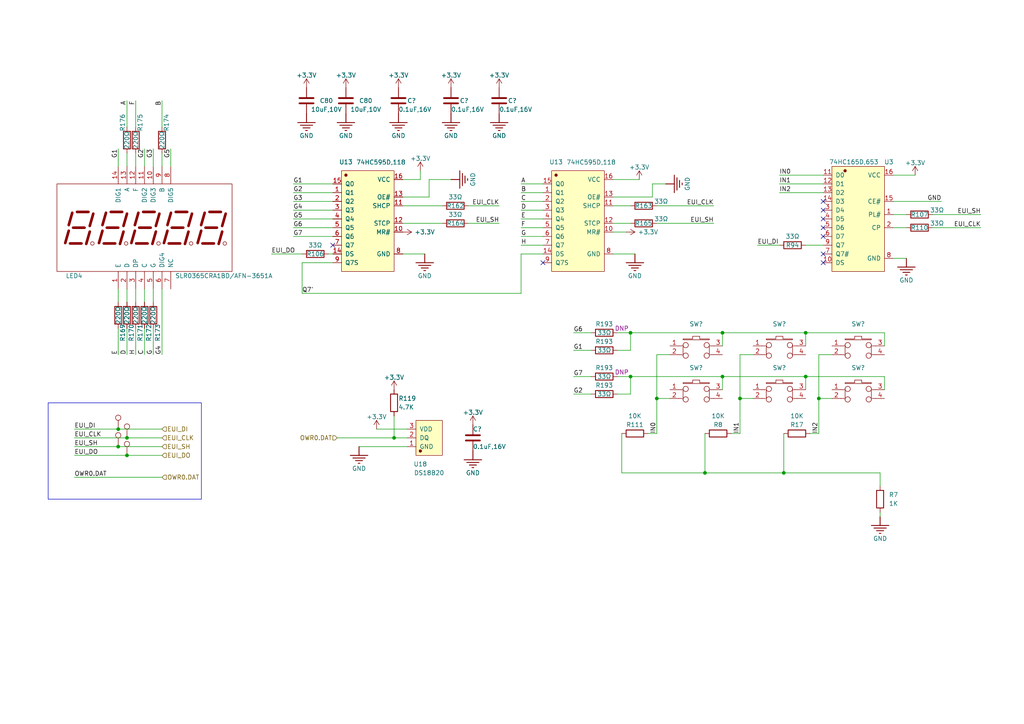
<source format=kicad_sch>
(kicad_sch (version 20230121) (generator eeschema)
  (paper "A4")
  (title_block (title "HPM5E00EVK") (rev "RevB") (comment 1 "EUI_OWR"))
  (lib_symbols
    (symbol "00_HPM_power:+3.3V" (power) (pin_names (offset 0))
      (property "Value" "+3.3V" (at 0 3.556 0))
      (symbol "+3.3V_1_1"
        (pin power_in line (at 0 0 90) (length 0) hide (name "+3.3V") (number "1"))
      )
    )
    (symbol "01-HPM-Peripheral:SLR0365CRA1BD/AFN-3651A" (pin_names (offset 1.016))
      (property "Reference" "LED" (at 0 27.94 0))
      (property "Value" "SLR0365CRA1BD/AFN-3651A" (at 0 25.781 0))
      (symbol "SLR0365CRA1BD/AFN-3651A_1_1"
        (pin input line (at -7.62 -17.78 90) (length 5.08) (name "E") (number "1"))
        (pin input line (at 2.54 17.78 270) (length 5.08) (name "DIG3") (number "10"))
        (pin input line (at 0 17.78 270) (length 5.08) (name "DIG2") (number "11"))
        (pin input line (at -2.54 17.78 270) (length 5.08) (name "F") (number "12"))
        (pin input line (at -5.08 17.78 270) (length 5.08) (name "A") (number "13"))
        (pin input line (at -7.62 17.78 270) (length 5.08) (name "DIG1") (number "14"))
        (pin input line (at -5.08 -17.78 90) (length 5.08) (name "D") (number "2"))
        (pin input line (at -2.54 -17.78 90) (length 5.08) (name "DP") (number "3"))
        (pin input line (at 0 -17.78 90) (length 5.08) (name "C") (number "4"))
        (pin input line (at 2.54 -17.78 90) (length 5.08) (name "G") (number "5"))
        (pin input line (at 5.08 -17.78 90) (length 5.08) (name "DIG4") (number "6"))
        (pin input line (at 7.62 -17.78 90) (length 5.08) (name "NC") (number "7"))
        (pin input line (at 7.62 17.78 270) (length 5.08) (name "DIG5") (number "8"))
        (pin input line (at 5.08 17.78 270) (length 5.08) (name "B") (number "9"))
      )
    )
    (symbol "01-HPM-Peripheral:TestPoint-0.5mm" (pin_numbers hide) (pin_names (offset 0.762) hide)
      (property "Value" "0.5mm" (at -1.27 5.08 0))
      (symbol "TestPoint-0.5mm_1_1"
        (pin passive line (at 0 0 90) (length 2.54) (name "1") (number "1"))
      )
    )
    (symbol "01-HPM-Peripheral:轻触开关4.5mm*4.5mm*4mm" (pin_names (offset 1.016) hide)
      (property "Reference" "SW" (at 0 3.81 0))
      (property "Value" "轻触开关4.5mm*4.5mm*4mm" (at 0 -5.08 0))
      (symbol "轻触开关4.5mm*4.5mm*4mm_1_1"
        (pin input line (at -7.62 0 0) (length 2.54) (name "1") (number "1"))
        (pin input line (at -7.62 -2.54 0) (length 2.54) (name "2") (number "2"))
        (pin input line (at 7.62 0 180) (length 2.54) (name "3") (number "3"))
        (pin input line (at 7.62 -2.54 180) (length 2.54) (name "4") (number "4"))
      )
    )
    (symbol "02_HPM_Resistor:10K_0402" (pin_numbers hide) (pin_names (offset 0))
      (property "Reference" "R" (at 0 3.81 0))
      (property "Value" "10K" (at 0 6.35 0))
      (symbol "10K_0402_1_1"
        (pin passive line (at -3.81 0 0) (length 1.27) (name "~") (number "1"))
        (pin passive line (at 3.81 0 180) (length 1.27) (name "~") (number "2"))
      )
    )
    (symbol "02_HPM_Resistor:1K_0402" (pin_numbers hide) (pin_names (offset 0))
      (property "Reference" "R" (at 0 3.81 0))
      (property "Value" "1K" (at 0 6.35 0))
      (symbol "1K_0402_1_1"
        (pin passive line (at -3.81 0 0) (length 1.27) (name "~") (number "1"))
        (pin passive line (at 3.81 0 180) (length 1.27) (name "~") (number "2"))
      )
    )
    (symbol "02_HPM_Resistor:220Ω_0402" (pin_numbers hide) (pin_names (offset 0))
      (property "Reference" "R" (at 0 5.08 0))
      (property "Value" "220Ω" (at 0 7.62 0))
      (symbol "220Ω_0402_1_1"
        (pin passive line (at -3.81 0 0) (length 1.27) (name "~") (number "1"))
        (pin passive line (at 3.81 0 180) (length 1.27) (name "~") (number "2"))
      )
    )
    (symbol "02_HPM_Resistor:33Ω_0402" (pin_numbers hide) (pin_names (offset 0))
      (property "Reference" "R" (at 0 3.81 0))
      (property "Value" "33Ω" (at 0 6.35 0))
      (symbol "33Ω_0402_1_1"
        (pin passive line (at -3.81 0 0) (length 1.27) (name "~") (number "1"))
        (pin passive line (at 3.81 0 180) (length 1.27) (name "~") (number "2"))
      )
    )
    (symbol "02_HPM_Resistor:4.7K_0603" (pin_numbers hide) (pin_names (offset 0))
      (property "Reference" "R" (at 0 3.81 0))
      (property "Value" "4.7K" (at 0 6.35 0))
      (symbol "4.7K_0603_1_1"
        (pin passive line (at -3.81 0 0) (length 1.27) (name "~") (number "1"))
        (pin passive line (at 3.81 0 180) (length 1.27) (name "~") (number "2"))
      )
    )
    (symbol "03_HPM_Capacitance:0.1uF,16V_0402" (pin_numbers hide) (pin_names (offset 0.254))
      (property "Reference" "C" (at -1.27 10.16 0))
      (property "Value" "0.1uF,16V" (at -5.08 12.7 0))
      (symbol "0.1uF,16V_0402_1_1"
        (pin passive line (at 0 3.81 270) (length 2.794) (name "~") (number "1"))
        (pin passive line (at 0 -3.81 90) (length 2.794) (name "~") (number "2"))
      )
    )
    (symbol "03_HPM_Capacitance:10uF,10V_0402" (pin_numbers hide) (pin_names (offset 0.254))
      (property "Reference" "C" (at -3.81 15.24 0))
      (property "Value" "10uF,10V" (at -3.81 10.16 0))
      (symbol "10uF,10V_0402_1_1"
        (pin passive line (at 0 3.81 270) (length 2.794) (name "~") (number "1"))
        (pin passive line (at 0 -3.81 90) (length 2.794) (name "~") (number "2"))
      )
    )
    (symbol "06_HPM_Function_IC:74HC165D,653" (pin_names (offset 1.016))
      (property "Reference" "U" (at 7.62 12.7 0))
      (property "Value" "74HC165D,653" (at -2.54 12.7 0))
      (symbol "74HC165D,653_1_1"
        (pin input line (at 8.89 -2.54 180) (length 2.54) (name "PL#") (number "1"))
        (pin input line (at -11.43 -16.51 0) (length 2.54) (name "DS") (number "10"))
        (pin input line (at -11.43 8.89 0) (length 2.54) (name "D0") (number "11"))
        (pin input line (at -11.43 6.35 0) (length 2.54) (name "D1") (number "12"))
        (pin input line (at -11.43 3.81 0) (length 2.54) (name "D2") (number "13"))
        (pin input line (at -11.43 1.27 0) (length 2.54) (name "D3") (number "14"))
        (pin input line (at 8.89 1.27 180) (length 2.54) (name "CE#") (number "15"))
        (pin input line (at 8.89 8.89 180) (length 2.54) (name "VCC") (number "16"))
        (pin input line (at 8.89 -6.35 180) (length 2.54) (name "CP") (number "2"))
        (pin input line (at -11.43 -1.27 0) (length 2.54) (name "D4") (number "3"))
        (pin input line (at -11.43 -3.81 0) (length 2.54) (name "D5") (number "4"))
        (pin input line (at -11.43 -6.35 0) (length 2.54) (name "D6") (number "5"))
        (pin input line (at -11.43 -8.89 0) (length 2.54) (name "D7") (number "6"))
        (pin input line (at -11.43 -13.97 0) (length 2.54) (name "Q7#") (number "7"))
        (pin input line (at 8.89 -15.24 180) (length 2.54) (name "GND") (number "8"))
        (pin input line (at -11.43 -11.43 0) (length 2.54) (name "Q7") (number "9"))
      )
    )
    (symbol "06_HPM_Function_IC:74HC595D,118" (pin_names (offset 1.016))
      (property "Reference" "U" (at -6.35 13.97 0))
      (property "Value" "74HC595D,118" (at 3.81 13.8938 0))
      (symbol "74HC595D,118_1_1"
        (pin input line (at -10.16 5.08 0) (length 2.54) (name "Q1") (number "1"))
        (pin input line (at 10.16 -6.35 180) (length 2.54) (name "MR#") (number "10"))
        (pin input line (at 10.16 1.27 180) (length 2.54) (name "SHCP") (number "11"))
        (pin input line (at 10.16 -3.81 180) (length 2.54) (name "STCP") (number "12"))
        (pin input line (at 10.16 3.81 180) (length 2.54) (name "OE#") (number "13"))
        (pin input line (at -10.16 -12.7 0) (length 2.54) (name "DS") (number "14"))
        (pin input line (at -10.16 7.62 0) (length 2.54) (name "Q0") (number "15"))
        (pin input line (at 10.16 8.89 180) (length 2.54) (name "VCC") (number "16"))
        (pin input line (at -10.16 2.54 0) (length 2.54) (name "Q2") (number "2"))
        (pin input line (at -10.16 0 0) (length 2.54) (name "Q3") (number "3"))
        (pin input line (at -10.16 -2.54 0) (length 2.54) (name "Q4") (number "4"))
        (pin input line (at -10.16 -5.08 0) (length 2.54) (name "Q5") (number "5"))
        (pin input line (at -10.16 -7.62 0) (length 2.54) (name "Q6") (number "6"))
        (pin input line (at -10.16 -10.16 0) (length 2.54) (name "Q7") (number "7"))
        (pin input line (at 10.16 -12.7 180) (length 2.54) (name "GND") (number "8"))
        (pin input line (at -10.16 -15.24 0) (length 2.54) (name "Q7S") (number "9"))
      )
    )
    (symbol "06_HPM_Function_IC:DS18B20" (pin_names (offset 1.016))
      (property "Reference" "U" (at 1.27 2.54 0))
      (property "Value" "DS18B20" (at 4.445 5.08 0))
      (symbol "DS18B20_1_1"
        (pin input line (at -2.54 -2.54 0) (length 2.54) (name "GND") (number "1"))
        (pin input line (at -2.54 -5.08 0) (length 2.54) (name "DQ") (number "2"))
        (pin input line (at -2.54 -7.62 0) (length 2.54) (name "VDD") (number "3"))
      )
    )
    (symbol "Goldfinger-altium-import:GND" (power)
      (property "Reference" "#PWR" (at 0 0 0))
      (property "Value" "GND" (at 0 6.35 0))
      (symbol "GND_0_0"
        (pin power_in line (at 0 0 0) (length 0) hide (name "GND") (number ""))
      )
    )
  )
  (junction (at 36.83 127))
  (junction (at 209.55 96.52))
  (junction (at 114.3 127))
  (junction (at 227.33 137.16))
  (junction (at 204.47 137.16))
  (junction (at 190.5 115.57))
  (junction (at 233.68 96.52))
  (junction (at 237.49 115.57))
  (junction (at 34.29 124.46))
  (junction (at 34.29 129.54))
  (junction (at 182.88 96.52))
  (junction (at 214.63 115.57))
  (junction (at 36.83 132.08))
  (junction (at 233.68 109.22))
  (junction (at 182.88 109.22))
  (junction (at 209.55 109.22))
  (no_connect (at 238.76 63.5))
  (no_connect (at 96.52 71.12))
  (no_connect (at 238.76 76.2))
  (no_connect (at 238.76 68.58))
  (no_connect (at 157.48 76.2))
  (no_connect (at 238.76 66.04))
  (no_connect (at 238.76 73.66))
  (no_connect (at 238.76 60.96))
  (no_connect (at 238.76 58.42))
  (wire (pts (xy 255.27 149.86) (xy 255.27 148.59)))
  (wire (pts (xy 233.68 96.52) (xy 233.68 100.33)))
  (wire (pts (xy 233.68 109.22) (xy 256.54 109.22)))
  (wire (pts (xy 36.83 132.08) (xy 21.59 132.08)))
  (wire (pts (xy 226.06 50.8) (xy 238.76 50.8)))
  (wire (pts (xy 233.68 96.52) (xy 256.54 96.52)))
  (wire (pts (xy 237.49 115.57) (xy 237.49 125.73)))
  (wire (pts (xy 190.5 102.87) (xy 194.31 102.87)))
  (wire (pts (xy 214.63 115.57) (xy 214.63 125.73)))
  (wire (pts (xy 135.89 59.69) (xy 144.78 59.69)))
  (wire (pts (xy 41.91 87.63) (xy 41.91 83.82)))
  (wire (pts (xy 46.99 29.21) (xy 46.99 36.83)))
  (wire (pts (xy 184.15 73.66) (xy 177.8 73.66)))
  (wire (pts (xy 181.61 67.31) (xy 177.8 67.31)))
  (wire (pts (xy 151.13 63.5) (xy 157.48 63.5)))
  (wire (pts (xy 177.8 57.15) (xy 189.23 57.15)))
  (wire (pts (xy 135.89 64.77) (xy 144.78 64.77)))
  (wire (pts (xy 124.46 52.07) (xy 124.46 57.15)))
  (wire (pts (xy 116.84 57.15) (xy 124.46 57.15)))
  (wire (pts (xy 116.84 52.07) (xy 121.92 52.07)))
  (wire (pts (xy 85.09 66.04) (xy 96.52 66.04)))
  (wire (pts (xy 46.99 124.46) (xy 34.29 124.46)))
  (wire (pts (xy 44.45 102.87) (xy 44.45 95.25)))
  (wire (pts (xy 36.83 44.45) (xy 36.83 48.26)))
  (wire (pts (xy 209.55 96.52) (xy 209.55 100.33)))
  (wire (pts (xy 234.95 125.73) (xy 237.49 125.73)))
  (wire (pts (xy 78.74 73.66) (xy 87.63 73.66)))
  (wire (pts (xy 187.96 125.73) (xy 190.5 125.73)))
  (wire (pts (xy 190.5 59.69) (xy 207.01 59.69)))
  (wire (pts (xy 44.45 43.18) (xy 44.45 48.26)))
  (wire (pts (xy 151.13 58.42) (xy 157.48 58.42)))
  (wire (pts (xy 255.27 137.16) (xy 255.27 140.97)))
  (wire (pts (xy 182.88 109.22) (xy 209.55 109.22)))
  (wire (pts (xy 114.3 127) (xy 114.3 120.65)))
  (wire (pts (xy 95.25 73.66) (xy 96.52 73.66)))
  (wire (pts (xy 87.63 76.2) (xy 87.63 85.09)))
  (wire (pts (xy 189.23 53.34) (xy 189.23 57.15)))
  (wire (pts (xy 87.63 85.09) (xy 151.13 85.09)))
  (wire (pts (xy 46.99 129.54) (xy 34.29 129.54)))
  (wire (pts (xy 180.34 137.16) (xy 204.47 137.16)))
  (wire (pts (xy 166.37 101.6) (xy 171.45 101.6)))
  (wire (pts (xy 259.08 58.42) (xy 273.05 58.42)))
  (wire (pts (xy 85.09 68.58) (xy 96.52 68.58)))
  (wire (pts (xy 46.99 44.45) (xy 46.99 48.26)))
  (wire (pts (xy 36.83 29.21) (xy 36.83 36.83)))
  (wire (pts (xy 190.5 64.77) (xy 207.01 64.77)))
  (wire (pts (xy 97.79 127) (xy 114.3 127)))
  (wire (pts (xy 151.13 60.96) (xy 157.48 60.96)))
  (wire (pts (xy 256.54 96.52) (xy 256.54 100.33)))
  (wire (pts (xy 46.99 138.43) (xy 21.59 138.43)))
  (wire (pts (xy 179.07 109.22) (xy 182.88 109.22)))
  (wire (pts (xy 209.55 109.22) (xy 209.55 113.03)))
  (wire (pts (xy 190.5 102.87) (xy 190.5 115.57)))
  (wire (pts (xy 34.29 124.46) (xy 21.59 124.46)))
  (wire (pts (xy 214.63 115.57) (xy 218.44 115.57)))
  (wire (pts (xy 212.09 125.73) (xy 214.63 125.73)))
  (wire (pts (xy 44.45 87.63) (xy 44.45 83.82)))
  (wire (pts (xy 180.34 125.73) (xy 180.34 137.16)))
  (wire (pts (xy 36.83 102.87) (xy 36.83 95.25)))
  (wire (pts (xy 166.37 109.22) (xy 171.45 109.22)))
  (wire (pts (xy 39.37 102.87) (xy 39.37 95.25)))
  (wire (pts (xy 151.13 71.12) (xy 157.48 71.12)))
  (wire (pts (xy 166.37 96.52) (xy 171.45 96.52)))
  (wire (pts (xy 34.29 102.87) (xy 34.29 95.25)))
  (wire (pts (xy 39.37 29.21) (xy 39.37 36.83)))
  (wire (pts (xy 265.43 50.8) (xy 259.08 50.8)))
  (wire (pts (xy 49.53 43.18) (xy 49.53 48.26)))
  (wire (pts (xy 46.99 132.08) (xy 36.83 132.08)))
  (wire (pts (xy 39.37 44.45) (xy 39.37 48.26)))
  (wire (pts (xy 34.29 43.18) (xy 34.29 48.26)))
  (wire (pts (xy 233.68 71.12) (xy 238.76 71.12)))
  (wire (pts (xy 41.91 102.87) (xy 41.91 95.25)))
  (wire (pts (xy 96.52 53.34) (xy 85.09 53.34)))
  (wire (pts (xy 85.09 58.42) (xy 96.52 58.42)))
  (wire (pts (xy 124.46 52.07) (xy 130.81 52.07)))
  (wire (pts (xy 227.33 125.73) (xy 227.33 137.16)))
  (wire (pts (xy 151.13 66.04) (xy 157.48 66.04)))
  (wire (pts (xy 270.51 66.04) (xy 284.48 66.04)))
  (wire (pts (xy 270.51 62.23) (xy 284.48 62.23)))
  (wire (pts (xy 219.71 71.12) (xy 226.06 71.12)))
  (wire (pts (xy 214.63 102.87) (xy 214.63 115.57)))
  (wire (pts (xy 41.91 43.18) (xy 41.91 48.26)))
  (wire (pts (xy 226.06 53.34) (xy 238.76 53.34)))
  (wire (pts (xy 151.13 68.58) (xy 157.48 68.58)))
  (wire (pts (xy 214.63 102.87) (xy 218.44 102.87)))
  (wire (pts (xy 177.8 52.07) (xy 185.42 52.07)))
  (wire (pts (xy 116.84 64.77) (xy 128.27 64.77)))
  (wire (pts (xy 166.37 114.3) (xy 171.45 114.3)))
  (wire (pts (xy 177.8 64.77) (xy 182.88 64.77)))
  (wire (pts (xy 104.14 129.54) (xy 118.11 129.54)))
  (wire (pts (xy 179.07 114.3) (xy 182.88 114.3)))
  (wire (pts (xy 123.19 73.66) (xy 116.84 73.66)))
  (wire (pts (xy 179.07 96.52) (xy 182.88 96.52)))
  (wire (pts (xy 237.49 115.57) (xy 241.3 115.57)))
  (wire (pts (xy 190.5 115.57) (xy 190.5 125.73)))
  (wire (pts (xy 256.54 109.22) (xy 256.54 113.03)))
  (wire (pts (xy 179.07 101.6) (xy 182.88 101.6)))
  (wire (pts (xy 85.09 63.5) (xy 96.52 63.5)))
  (wire (pts (xy 182.88 96.52) (xy 209.55 96.52)))
  (wire (pts (xy 46.99 83.82) (xy 46.99 102.87)))
  (wire (pts (xy 39.37 87.63) (xy 39.37 83.82)))
  (wire (pts (xy 109.22 124.46) (xy 118.11 124.46)))
  (wire (pts (xy 237.49 102.87) (xy 241.3 102.87)))
  (wire (pts (xy 114.3 127) (xy 118.11 127)))
  (wire (pts (xy 209.55 109.22) (xy 233.68 109.22)))
  (wire (pts (xy 259.08 62.23) (xy 262.89 62.23)))
  (wire (pts (xy 227.33 137.16) (xy 255.27 137.16)))
  (wire (pts (xy 209.55 96.52) (xy 233.68 96.52)))
  (wire (pts (xy 237.49 102.87) (xy 237.49 115.57)))
  (wire (pts (xy 157.48 53.34) (xy 151.13 53.34)))
  (wire (pts (xy 259.08 66.04) (xy 262.89 66.04)))
  (wire (pts (xy 34.29 129.54) (xy 21.59 129.54)))
  (wire (pts (xy 177.8 59.69) (xy 182.88 59.69)))
  (wire (pts (xy 151.13 73.66) (xy 157.48 73.66)))
  (wire (pts (xy 262.89 74.93) (xy 259.08 74.93)))
  (wire (pts (xy 85.09 60.96) (xy 96.52 60.96)))
  (wire (pts (xy 46.99 127) (xy 36.83 127)))
  (wire (pts (xy 116.84 59.69) (xy 128.27 59.69)))
  (wire (pts (xy 182.88 96.52) (xy 182.88 101.6)))
  (wire (pts (xy 36.83 127) (xy 21.59 127)))
  (wire (pts (xy 36.83 87.63) (xy 36.83 83.82)))
  (wire (pts (xy 190.5 115.57) (xy 194.31 115.57)))
  (wire (pts (xy 182.88 109.22) (xy 182.88 114.3)))
  (wire (pts (xy 151.13 73.66) (xy 151.13 85.09)))
  (wire (pts (xy 85.09 55.88) (xy 96.52 55.88)))
  (wire (pts (xy 189.23 53.34) (xy 193.04 53.34)))
  (wire (pts (xy 87.63 76.2) (xy 96.52 76.2)))
  (wire (pts (xy 121.92 49.53) (xy 121.92 52.07)))
  (wire (pts (xy 151.13 55.88) (xy 157.48 55.88)))
  (wire (pts (xy 204.47 125.73) (xy 204.47 137.16)))
  (wire (pts (xy 34.29 87.63) (xy 34.29 83.82)))
  (wire (pts (xy 233.68 109.22) (xy 233.68 113.03)))
  (wire (pts (xy 226.06 55.88) (xy 238.76 55.88)))
  (wire (pts (xy 204.47 137.16) (xy 227.33 137.16)))
  (rectangle (start 13.97 116.84) (end 58.42 144.78))
  (label "E" (at 34.29 102.87 90))
  (label "A" (at 151.13 53.34 0))
  (label "G7" (at 85.09 68.58 0))
  (label "G6" (at 166.37 96.52 0))
  (label "G3" (at 44.45 43.18 270))
  (label "IN0" (at 190.5 125.73 90))
  (label "G3" (at 85.09 58.42 0))
  (label "G" (at 151.13 68.58 0))
  (label "G1" (at 34.29 43.18 270))
  (label "G" (at 44.45 102.87 90))
  (label "EUI_CLK" (at 21.59 127 0))
  (label "G1" (at 166.37 101.6 0))
  (label "EUI_CLK" (at 207.01 59.69 180))
  (label "IN1" (at 226.06 53.34 0))
  (label "OWR0.DAT" (at 21.59 138.43 0))
  (label "G6" (at 85.09 66.04 0))
  (label "G7" (at 166.37 109.22 0))
  (label "G2" (at 166.37 114.3 0))
  (label "F" (at 151.13 66.04 0))
  (label "H" (at 151.13 71.12 0))
  (label "IN0" (at 226.06 50.8 0))
  (label "B" (at 151.13 55.88 0))
  (label "Q7'" (at 87.63 85.09 0))
  (label "G1" (at 85.09 53.34 0))
  (label "EUI_DO" (at 78.74 73.66 0))
  (label "EUI_DO" (at 21.59 132.08 0))
  (label "GND" (at 273.05 58.42 180))
  (label "EUI_DI" (at 21.59 124.46 0))
  (label "G5" (at 49.53 43.18 270))
  (label "EUI_SH" (at 144.78 64.77 180))
  (label "EUI_DI" (at 219.71 71.12 0))
  (label "EUI_SH" (at 207.01 64.77 180))
  (label "E" (at 151.13 63.5 0))
  (label "G2" (at 41.91 43.18 270))
  (label "G2" (at 85.09 55.88 0))
  (label "IN2" (at 237.49 125.73 90))
  (label "EUI_CLK" (at 144.78 59.69 180))
  (label "B" (at 46.99 29.21 270))
  (label "C" (at 41.91 102.87 90))
  (label "EUI_CLK" (at 284.48 66.04 180))
  (label "A" (at 36.83 29.21 270))
  (label "C" (at 151.13 58.42 0))
  (label "EUI_SH" (at 284.48 62.23 180))
  (label "F" (at 39.37 29.21 270))
  (label "G4" (at 85.09 60.96 0))
  (label "IN2" (at 226.06 55.88 0))
  (label "G4" (at 46.99 102.87 90))
  (label "EUI_SH" (at 21.59 129.54 0))
  (label "D" (at 36.83 102.87 90))
  (label "IN1" (at 214.63 125.73 90))
  (label "G5" (at 85.09 63.5 0))
  (label "H" (at 39.37 102.87 90))
  (label "D" (at 151.13 60.96 0))
  (hierarchical_label "EUI_DI" (shape input) (at 46.99 124.46 0))
  (hierarchical_label "OWR0.DAT" (shape input) (at 97.79 127 180))
  (hierarchical_label "EUI_DO" (shape input) (at 46.99 132.08 0))
  (hierarchical_label "EUI_SH" (shape input) (at 46.99 129.54 0))
  (hierarchical_label "OWR0.DAT" (shape input) (at 46.99 138.43 0))
  (hierarchical_label "EUI_CLK" (shape input) (at 46.99 127 0))
  (symbol (lib_id "02_HPM_Resistor:33Ω_0402") (at 186.69 64.77 0) (unit 1)
    (property "Reference" "R165" (at 186.69 64.77 0))
    (property "Value" "33Ω" (at 191.77 63.5 0))
    (property "Footprint" "02_HPM_Resistor:R_0402_1005Metric" (effects hide))
    (property "Model" "0402WGF330JTCE" (effects hide))
    (property "Company" "UNI-ROYAL(厚声)" (effects hide))
  )
  (symbol (lib_id "00_HPM_power:+3.3V") (at 116.84 67.31 270) (unit 1)
    (property "Reference" "#PWR017" (effects hide))
    (property "Value" "+3.3V" (at 123.19 67.31 90))
    (instances (project "HPM6200_STEP_MOTOR_RevA" (path "" (reference "#PWR017") (unit 1))) (project "HPM5E00EVKRevC" (path "" (reference "#PWR07") (unit 1)) (path "" (reference "#PWR0217") (unit 1))) (project "Motor_Step_11.25" (path "" (reference "#PWR011") (unit 1))))
  )
  (symbol (lib_id "01-HPM-Peripheral:TestPoint-0.5mm") (at 34.29 124.46 0) (unit 1)
    (property "Reference" "TP41" (effects hide))
    (property "Value" "0.5mm" (effects hide))
    (property "Footprint" "01_HPM_Peripheral:TestPoint_Pad_D0.5mm" (effects hide))
  )
  (symbol (lib_id "02_HPM_Resistor:220Ω_0402") (at 36.83 91.44 90) (unit 1)
    (property "Reference" "R170" (at 38.1 96.52 0))
    (property "Value" "220Ω" (at 36.83 91.44 0))
    (property "Footprint" "02_HPM_Resistor:R_0402_1005Metric" (effects hide))
    (property "Model" "0402WGF2200TCE" (effects hide))
    (property "Company" "UNI-ROYAL(厚声)" (effects hide))
  )
  (symbol (lib_id "Goldfinger-altium-import:GND") (at 123.19 73.66 0) (unit 1)
    (property "Reference" "#PWR03" (effects hide))
    (property "Value" "GND" (at 123.19 80.01 0))
    (instances (project "HPM6E00 SDRAM_RevA" (path "" (reference "#PWR03") (unit 1))) (project "HPM5E00EVKRevC" (path "" (reference "#PWR017") (unit 1)) (path "" (reference "#PWR0219") (unit 1))) (project "hexinban" (path "" (reference "#PWR05") (unit 1))))
  )
  (symbol (lib_id "00_HPM_power:+3.3V") (at 144.78 25.4 0) (unit 1)
    (property "Reference" "#PWR017" (effects hide))
    (property "Value" "+3.3V" (at 144.78 21.844 0))
    (instances (project "HPM6200_STEP_MOTOR_RevA" (path "" (reference "#PWR017") (unit 1))) (project "HPM5E00EVKRevC" (path "" (reference "#PWR0214") (unit 1)) (path "" (reference "#PWR0243") (unit 1))) (project "Motor_Step_11.25" (path "" (reference "#PWR011") (unit 1))))
  )
  (symbol (lib_id "01-HPM-Peripheral:轻触开关4.5mm*4.5mm*4mm") (at 226.06 113.03 0) (unit 1)
    (property "Reference" "SW?" (at 226.06 106.68 0))
    (property "Value" "轻触开关4.5mm*4.5mm*4mm" (effects hide))
    (property "Footprint" "01_HPM_Peripheral:轻触开关SMD-4P,4.5x4.5mm" (effects hide))
    (property "Model" " TS4540TP" (effects hide))
    (property "Company" "SHOU HAN(首韩)" (effects hide))
    (instances (project "HPM6E00-PA00-PA31-JTAG-BOOT-LED-KEY" (path "" (reference "SW?") (unit 1))) (project "HPM5300-USB-OSC" (path "" (reference "SW?") (unit 1))) (project "HPM6E00 SKT Board BGA289_BDIF REVA" (path "" (reference "SW?") (unit 1))) (project "03-HPM5300-JTAG-FLASH" (path "" (reference "SW?") (unit 1))) (project "HPM5E00EVKRevC" (path "" (reference "SW?") (unit 1)) (path "" (reference "SW5") (unit 1)) (path "" (reference "SW11") (unit 1))) (project "HPM5300 EVK REVC" (path "" (reference "SW?") (unit 1)) (path "" (reference "SW?") (unit 1))))
  )
  (symbol (lib_id "00_HPM_power:+3.3V") (at 114.3 113.03 0) (unit 1)
    (property "Reference" "#PWR017" (effects hide))
    (property "Value" "+3.3V" (at 114.3 109.474 0))
    (instances (project "HPM6200_STEP_MOTOR_RevA" (path "" (reference "#PWR017") (unit 1))) (project "HPM5E00EVKRevC" (path "" (reference "#PWR0214") (unit 1)) (path "" (reference "#PWR0214") (unit 1))) (project "Motor_Step_11.25" (path "" (reference "#PWR011") (unit 1))))
  )
  (symbol (lib_id "Goldfinger-altium-import:GND") (at 130.81 52.07 90) (unit 1)
    (property "Reference" "#PWR03" (effects hide))
    (property "Value" "GND" (at 137.16 52.07 0))
    (instances (project "HPM6E00 SDRAM_RevA" (path "" (reference "#PWR03") (unit 1))) (project "HPM5E00EVKRevC" (path "" (reference "#PWR0172") (unit 1)) (path "" (reference "#PWR044") (unit 1))) (project "hexinban" (path "" (reference "#PWR05") (unit 1))))
  )
  (symbol (lib_id "Goldfinger-altium-import:GND") (at 193.04 53.34 90) (unit 1)
    (property "Reference" "#PWR03" (effects hide))
    (property "Value" "GND" (at 199.39 53.34 0))
    (instances (project "HPM6E00 SDRAM_RevA" (path "" (reference "#PWR03") (unit 1))) (project "HPM5E00EVKRevC" (path "" (reference "#PWR0172") (unit 1)) (path "" (reference "#PWR0208") (unit 1))) (project "hexinban" (path "" (reference "#PWR05") (unit 1))))
  )
  (symbol (lib_id "06_HPM_Function_IC:74HC595D,118") (at 106.68 60.96 0) (unit 1)
    (property "Reference" "U13" (at 100.33 46.99 0))
    (property "Value" "74HC595D,118" (at 110.49 47.0662 0))
    (property "Footprint" "06_HPM_SO:SOIC-16" (effects hide))
    (property "Model" "74HC595D,118" (effects hide))
    (property "Company" " Nexperia(安世)" (effects hide))
    (instances (project "HPM5E00EVKRevC" (path "" (reference "U13") (unit 1)) (path "" (reference "U20") (unit 1))))
  )
  (symbol (lib_id "01-HPM-Peripheral:轻触开关4.5mm*4.5mm*4mm") (at 248.92 100.33 0) (unit 1)
    (property "Reference" "SW?" (at 248.92 93.98 0))
    (property "Value" "轻触开关4.5mm*4.5mm*4mm" (effects hide))
    (property "Footprint" "01_HPM_Peripheral:轻触开关SMD-4P,4.5x4.5mm" (effects hide))
    (property "Model" " TS4540TP" (effects hide))
    (property "Company" "SHOU HAN(首韩)" (effects hide))
    (instances (project "HPM6E00-PA00-PA31-JTAG-BOOT-LED-KEY" (path "" (reference "SW?") (unit 1))) (project "HPM5300-USB-OSC" (path "" (reference "SW?") (unit 1))) (project "HPM6E00 SKT Board BGA289_BDIF REVA" (path "" (reference "SW?") (unit 1))) (project "03-HPM5300-JTAG-FLASH" (path "" (reference "SW?") (unit 1))) (project "HPM5E00EVKRevC" (path "" (reference "SW?") (unit 1)) (path "" (reference "SW5") (unit 1)) (path "" (reference "SW9") (unit 1))) (project "HPM5300 EVK REVC" (path "" (reference "SW?") (unit 1)) (path "" (reference "SW?") (unit 1))))
  )
  (symbol (lib_id "02_HPM_Resistor:220Ω_0402") (at 44.45 91.44 90) (unit 1)
    (property "Reference" "R173" (at 45.72 96.52 0))
    (property "Value" "220Ω" (at 44.45 91.44 0))
    (property "Footprint" "02_HPM_Resistor:R_0402_1005Metric" (effects hide))
    (property "Model" "0402WGF2200TCE" (effects hide))
    (property "Company" "UNI-ROYAL(厚声)" (effects hide))
  )
  (symbol (lib_id "Goldfinger-altium-import:GND") (at 184.15 73.66 0) (unit 1)
    (property "Reference" "#PWR03" (effects hide))
    (property "Value" "GND" (at 184.15 80.01 0))
    (instances (project "HPM6E00 SDRAM_RevA" (path "" (reference "#PWR03") (unit 1))) (project "HPM5E00EVKRevC" (path "" (reference "#PWR017") (unit 1)) (path "" (reference "#PWR0220") (unit 1))) (project "hexinban" (path "" (reference "#PWR05") (unit 1))))
  )
  (symbol (lib_id "02_HPM_Resistor:33Ω_0402") (at 132.08 59.69 0) (unit 1)
    (property "Reference" "R162" (at 132.08 59.69 0))
    (property "Value" "33Ω" (at 132.08 57.15 0))
    (property "Footprint" "02_HPM_Resistor:R_0402_1005Metric" (effects hide))
    (property "Model" "0402WGF330JTCE" (effects hide))
    (property "Company" "UNI-ROYAL(厚声)" (effects hide))
  )
  (symbol (lib_id "02_HPM_Resistor:33Ω_0402") (at 175.26 109.22 0) (unit 1)
    (property "Reference" "R193" (at 175.26 106.68 0))
    (property "Value" "33Ω" (at 175.26 109.22 0))
    (property "Footprint" "02_HPM_Resistor:R_0402_1005Metric" (effects hide))
    (property "Model" "0402WGF330JTCE" (effects hide))
    (property "Company" "UNI-ROYAL(厚声)" (effects hide))
    (property "ASSY_OPT" "DNP" (at 180.34 107.95 0))
    (instances (project "HPM5E00EVKRevC" (path "" (reference "R193") (unit 1)) (path "" (reference "R134") (unit 1))))
  )
  (symbol (lib_id "03_HPM_Capacitance:0.1uF,16V_0402") (at 130.81 29.21 0) (unit 1)
    (property "Reference" "C?" (at 133.35 29.21 0) (effects (justify left)))
    (property "Value" "0.1uF,16V" (at 130.81 31.75 0) (effects (justify left)))
    (property "Footprint" "03_HPM_Capacitance:C_0402_1005Metric" (effects hide))
    (property "Model" "CL05B104KO5NNNC" (effects hide))
    (property "Company" "SAMSUNG(三星)" (effects hide))
    (instances (project "HPM6E00 SKT Board BGA289_BDIF REVA" (path "" (reference "C?") (unit 1)) (path "" (reference "C?") (unit 1))) (project "HPM5300-CON-JTAG" (path "" (reference "C?") (unit 1))) (project "HPM5E00EVKRevC" (path "" (reference "C?") (unit 1)) (path "" (reference "C74") (unit 1)) (path "" (reference "C48") (unit 1)) (path "" (reference "C101") (unit 1))) (project "HPM5300 SKT Board LQFP100 REVA" (path "" (reference "C?") (unit 1))))
  )
  (symbol (lib_id "Goldfinger-altium-import:GND") (at 115.57 33.02 0) (unit 1)
    (property "Reference" "#PWR03" (effects hide))
    (property "Value" "GND" (at 115.57 39.37 0))
    (instances (project "HPM6E00 SDRAM_RevA" (path "" (reference "#PWR03") (unit 1))) (project "HPM5E00EVKRevC" (path "" (reference "#PWR0172") (unit 1)) (path "" (reference "#PWR0238") (unit 1))) (project "hexinban" (path "" (reference "#PWR05") (unit 1))))
  )
  (symbol (lib_id "03_HPM_Capacitance:10uF,10V_0402") (at 88.9 29.21 0) (unit 1)
    (property "Reference" "C80" (at 92.71 29.21 0) (effects (justify left)))
    (property "Value" "10uF,10V" (at 90.17 31.75 0) (effects (justify left)))
    (property "Footprint" "03_HPM_Capacitance:C_0402_1005Metric" (effects hide))
    (property "Model" "CL05A106MP5NUNC" (effects hide))
    (property "Company" " SAMSUNG(三星)" (effects hide))
    (instances (project "HPM5E00EVKRevC" (path "" (reference "C80") (unit 1)) (path "" (reference "C109") (unit 1)) (path "" (reference "C119") (unit 1))))
  )
  (symbol (lib_id "01-HPM-Peripheral:TestPoint-0.5mm") (at 34.29 129.54 0) (unit 1)
    (property "Reference" "TP44" (effects hide))
    (property "Value" "0.5mm" (effects hide))
    (property "Footprint" "01_HPM_Peripheral:TestPoint_Pad_D0.5mm" (effects hide))
  )
  (symbol (lib_id "00_HPM_power:+3.3V") (at 115.57 25.4 0) (unit 1)
    (property "Reference" "#PWR017" (effects hide))
    (property "Value" "+3.3V" (at 115.57 21.844 0))
    (instances (project "HPM6200_STEP_MOTOR_RevA" (path "" (reference "#PWR017") (unit 1))) (project "HPM5E00EVKRevC" (path "" (reference "#PWR0214") (unit 1)) (path "" (reference "#PWR0179") (unit 1))) (project "Motor_Step_11.25" (path "" (reference "#PWR011") (unit 1))))
  )
  (symbol (lib_id "00_HPM_power:+3.3V") (at 121.92 49.53 0) (unit 1)
    (property "Reference" "#PWR017" (effects hide))
    (property "Value" "+3.3V" (at 121.92 45.974 0))
    (instances (project "HPM6200_STEP_MOTOR_RevA" (path "" (reference "#PWR017") (unit 1))) (project "HPM5E00EVKRevC" (path "" (reference "#PWR08") (unit 1)) (path "" (reference "#PWR0215") (unit 1))) (project "Motor_Step_11.25" (path "" (reference "#PWR011") (unit 1))))
  )
  (symbol (lib_id "00_HPM_power:+3.3V") (at 185.42 52.07 0) (unit 1)
    (property "Reference" "#PWR017" (effects hide))
    (property "Value" "+3.3V" (at 185.42 48.514 0))
    (instances (project "HPM6200_STEP_MOTOR_RevA" (path "" (reference "#PWR017") (unit 1))) (project "HPM5E00EVKRevC" (path "" (reference "#PWR03") (unit 1)) (path "" (reference "#PWR0216") (unit 1))) (project "Motor_Step_11.25" (path "" (reference "#PWR011") (unit 1))))
  )
  (symbol (lib_id "00_HPM_power:+3.3V") (at 100.33 25.4 0) (unit 1)
    (property "Reference" "#PWR017" (effects hide))
    (property "Value" "+3.3V" (at 100.33 21.844 0))
    (instances (project "HPM6200_STEP_MOTOR_RevA" (path "" (reference "#PWR017") (unit 1))) (project "HPM5E00EVKRevC" (path "" (reference "#PWR0214") (unit 1)) (path "" (reference "#PWR0246") (unit 1))) (project "Motor_Step_11.25" (path "" (reference "#PWR011") (unit 1))))
  )
  (symbol (lib_id "Goldfinger-altium-import:GND") (at 137.16 130.81 0) (unit 1)
    (property "Reference" "#PWR03" (effects hide))
    (property "Value" "GND" (at 137.16 137.16 0))
    (instances (project "HPM6E00 SDRAM_RevA" (path "" (reference "#PWR03") (unit 1))) (project "HPM5E00EVKRevC" (path "" (reference "#PWR0172") (unit 1)) (path "" (reference "#PWR0172") (unit 1))) (project "hexinban" (path "" (reference "#PWR05") (unit 1))))
  )
  (symbol (lib_id "01-HPM-Peripheral:轻触开关4.5mm*4.5mm*4mm") (at 248.92 113.03 0) (unit 1)
    (property "Reference" "SW?" (at 248.92 106.68 0))
    (property "Value" "轻触开关4.5mm*4.5mm*4mm" (effects hide))
    (property "Footprint" "01_HPM_Peripheral:轻触开关SMD-4P,4.5x4.5mm" (effects hide))
    (property "Model" " TS4540TP" (effects hide))
    (property "Company" "SHOU HAN(首韩)" (effects hide))
    (instances (project "HPM6E00-PA00-PA31-JTAG-BOOT-LED-KEY" (path "" (reference "SW?") (unit 1))) (project "HPM5300-USB-OSC" (path "" (reference "SW?") (unit 1))) (project "HPM6E00 SKT Board BGA289_BDIF REVA" (path "" (reference "SW?") (unit 1))) (project "03-HPM5300-JTAG-FLASH" (path "" (reference "SW?") (unit 1))) (project "HPM5E00EVKRevC" (path "" (reference "SW?") (unit 1)) (path "" (reference "SW5") (unit 1)) (path "" (reference "SW12") (unit 1))) (project "HPM5300 EVK REVC" (path "" (reference "SW?") (unit 1)) (path "" (reference "SW?") (unit 1))))
  )
  (symbol (lib_id "02_HPM_Resistor:33Ω_0402") (at 266.7 66.04 0) (unit 1)
    (property "Reference" "R110" (at 266.7 66.04 0))
    (property "Value" "33Ω" (at 271.78 64.77 0))
    (property "Footprint" "02_HPM_Resistor:R_0402_1005Metric" (effects hide))
    (property "Model" "0402WGF330JTCE" (effects hide))
    (property "Company" "UNI-ROYAL(厚声)" (effects hide))
  )
  (symbol (lib_id "00_HPM_power:+3.3V") (at 265.43 50.8 0) (unit 1)
    (property "Reference" "#PWR017" (effects hide))
    (property "Value" "+3.3V" (at 265.43 47.244 0))
    (instances (project "HPM6200_STEP_MOTOR_RevA" (path "" (reference "#PWR017") (unit 1))) (project "HPM5E00EVKRevC" (path "" (reference "#PWR05") (unit 1)) (path "" (reference "#PWR028") (unit 1))) (project "Motor_Step_11.25" (path "" (reference "#PWR011") (unit 1))))
  )
  (symbol (lib_id "03_HPM_Capacitance:10uF,10V_0402") (at 100.33 29.21 0) (unit 1)
    (property "Reference" "C80" (at 104.14 29.21 0) (effects (justify left)))
    (property "Value" "10uF,10V" (at 101.6 31.75 0) (effects (justify left)))
    (property "Footprint" "03_HPM_Capacitance:C_0402_1005Metric" (effects hide))
    (property "Model" "CL05A106MP5NUNC" (effects hide))
    (property "Company" " SAMSUNG(三星)" (effects hide))
    (instances (project "HPM5E00EVKRevC" (path "" (reference "C80") (unit 1)) (path "" (reference "C109") (unit 1)) (path "" (reference "C104") (unit 1))))
  )
  (symbol (lib_id "Goldfinger-altium-import:GND") (at 144.78 33.02 0) (unit 1)
    (property "Reference" "#PWR03" (effects hide))
    (property "Value" "GND" (at 144.78 39.37 0))
    (instances (project "HPM6E00 SDRAM_RevA" (path "" (reference "#PWR03") (unit 1))) (project "HPM5E00EVKRevC" (path "" (reference "#PWR0172") (unit 1)) (path "" (reference "#PWR0245") (unit 1))) (project "hexinban" (path "" (reference "#PWR05") (unit 1))))
  )
  (symbol (lib_id "02_HPM_Resistor:33Ω_0402") (at 266.7 62.23 0) (unit 1)
    (property "Reference" "R107" (at 266.7 62.23 0))
    (property "Value" "33Ω" (at 271.78 60.96 0))
    (property "Footprint" "02_HPM_Resistor:R_0402_1005Metric" (effects hide))
    (property "Model" "0402WGF330JTCE" (effects hide))
    (property "Company" "UNI-ROYAL(厚声)" (effects hide))
  )
  (symbol (lib_id "02_HPM_Resistor:10K_0402") (at 208.28 125.73 0) (unit 1)
    (property "Reference" "R8" (at 208.28 123.19 0))
    (property "Value" "10K" (at 208.28 120.65 0))
    (property "Footprint" "02_HPM_Resistor:R_0402_1005Metric" (effects hide))
    (property "Model" "0402WGF1002TCE" (effects hide))
    (property "Company" "UNI-ROYAL(厚声)" (effects hide))
  )
  (symbol (lib_id "00_HPM_power:+3.3V") (at 137.16 123.19 0) (unit 1)
    (property "Reference" "#PWR017" (effects hide))
    (property "Value" "+3.3V" (at 137.16 119.634 0))
    (instances (project "HPM6200_STEP_MOTOR_RevA" (path "" (reference "#PWR017") (unit 1))) (project "HPM5E00EVKRevC" (path "" (reference "#PWR0214") (unit 1)) (path "" (reference "#PWR0177") (unit 1))) (project "Motor_Step_11.25" (path "" (reference "#PWR011") (unit 1))))
  )
  (symbol (lib_id "02_HPM_Resistor:10K_0402") (at 231.14 125.73 0) (unit 1)
    (property "Reference" "R17" (at 231.14 123.19 0))
    (property "Value" "10K" (at 231.14 120.65 0))
    (property "Footprint" "02_HPM_Resistor:R_0402_1005Metric" (effects hide))
    (property "Model" "0402WGF1002TCE" (effects hide))
    (property "Company" "UNI-ROYAL(厚声)" (effects hide))
  )
  (symbol (lib_id "01-HPM-Peripheral:TestPoint-0.5mm") (at 36.83 127 0) (unit 1)
    (property "Reference" "TP43" (effects hide))
    (property "Value" "0.5mm" (effects hide))
    (property "Footprint" "01_HPM_Peripheral:TestPoint_Pad_D0.5mm" (effects hide))
  )
  (symbol (lib_id "00_HPM_power:+3.3V") (at 88.9 25.4 0) (unit 1)
    (property "Reference" "#PWR017" (effects hide))
    (property "Value" "+3.3V" (at 88.9 21.844 0))
    (instances (project "HPM6200_STEP_MOTOR_RevA" (path "" (reference "#PWR017") (unit 1))) (project "HPM5E00EVKRevC" (path "" (reference "#PWR0214") (unit 1)) (path "" (reference "#PWR0248") (unit 1))) (project "Motor_Step_11.25" (path "" (reference "#PWR011") (unit 1))))
  )
  (symbol (lib_id "02_HPM_Resistor:220Ω_0402") (at 36.83 40.64 90) (unit 1)
    (property "Reference" "R176" (at 35.56 35.56 0))
    (property "Value" "220Ω" (at 36.83 40.64 0))
    (property "Footprint" "02_HPM_Resistor:R_0402_1005Metric" (effects hide))
    (property "Model" "0402WGF2200TCE" (effects hide))
    (property "Company" "UNI-ROYAL(厚声)" (effects hide))
  )
  (symbol (lib_id "02_HPM_Resistor:33Ω_0402") (at 175.26 101.6 0) (unit 1)
    (property "Reference" "R193" (at 175.26 99.06 0))
    (property "Value" "33Ω" (at 175.26 101.6 0))
    (property "Footprint" "02_HPM_Resistor:R_0402_1005Metric" (effects hide))
    (property "Model" "0402WGF330JTCE" (effects hide))
    (property "Company" "UNI-ROYAL(厚声)" (effects hide))
    (instances (project "HPM5E00EVKRevC" (path "" (reference "R193") (unit 1)) (path "" (reference "R133") (unit 1))))
  )
  (symbol (lib_id "02_HPM_Resistor:33Ω_0402") (at 91.44 73.66 0) (unit 1)
    (property "Reference" "R106" (at 91.44 73.66 0))
    (property "Value" "33Ω" (at 91.44 71.12 0))
    (property "Footprint" "02_HPM_Resistor:R_0402_1005Metric" (effects hide))
    (property "Model" "0402WGF330JTCE" (effects hide))
    (property "Company" "UNI-ROYAL(厚声)" (effects hide))
  )
  (symbol (lib_id "03_HPM_Capacitance:0.1uF,16V_0402") (at 137.16 127 0) (unit 1)
    (property "Reference" "C?" (at 137.16 124.46 0) (effects (justify left)))
    (property "Value" "0.1uF,16V" (at 137.16 129.54 0) (effects (justify left)))
    (property "Footprint" "03_HPM_Capacitance:C_0402_1005Metric" (effects hide))
    (property "Model" "CL05B104KO5NNNC" (effects hide))
    (property "Company" "SAMSUNG(三星)" (effects hide))
    (instances (project "HPM6E00 SKT Board BGA289_BDIF REVA" (path "" (reference "C?") (unit 1)) (path "" (reference "C?") (unit 1))) (project "HPM5300-CON-JTAG" (path "" (reference "C?") (unit 1))) (project "HPM5E00EVKRevC" (path "" (reference "C?") (unit 1)) (path "" (reference "C74") (unit 1)) (path "" (reference "C48") (unit 1)) (path "" (reference "C80") (unit 1))) (project "HPM5300 SKT Board LQFP100 REVA" (path "" (reference "C?") (unit 1))))
  )
  (symbol (lib_id "01-HPM-Peripheral:轻触开关4.5mm*4.5mm*4mm") (at 226.06 100.33 0) (unit 1)
    (property "Reference" "SW?" (at 226.06 93.98 0))
    (property "Value" "轻触开关4.5mm*4.5mm*4mm" (effects hide))
    (property "Footprint" "01_HPM_Peripheral:轻触开关SMD-4P,4.5x4.5mm" (effects hide))
    (property "Model" " TS4540TP" (effects hide))
    (property "Company" "SHOU HAN(首韩)" (effects hide))
    (instances (project "HPM6E00-PA00-PA31-JTAG-BOOT-LED-KEY" (path "" (reference "SW?") (unit 1))) (project "HPM5300-USB-OSC" (path "" (reference "SW?") (unit 1))) (project "HPM6E00 SKT Board BGA289_BDIF REVA" (path "" (reference "SW?") (unit 1))) (project "03-HPM5300-JTAG-FLASH" (path "" (reference "SW?") (unit 1))) (project "HPM5E00EVKRevC" (path "" (reference "SW?") (unit 1)) (path "" (reference "SW5") (unit 1)) (path "" (reference "SW8") (unit 1))) (project "HPM5300 EVK REVC" (path "" (reference "SW?") (unit 1)) (path "" (reference "SW?") (unit 1))))
  )
  (symbol (lib_id "01-HPM-Peripheral:TestPoint-0.5mm") (at 36.83 132.08 0) (unit 1)
    (property "Reference" "TP45" (effects hide))
    (property "Value" "0.5mm" (effects hide))
    (property "Footprint" "01_HPM_Peripheral:TestPoint_Pad_D0.5mm" (effects hide))
  )
  (symbol (lib_id "Goldfinger-altium-import:GND") (at 100.33 33.02 0) (unit 1)
    (property "Reference" "#PWR03" (effects hide))
    (property "Value" "GND" (at 100.33 39.37 0))
    (instances (project "HPM6E00 SDRAM_RevA" (path "" (reference "#PWR03") (unit 1))) (project "HPM5E00EVKRevC" (path "" (reference "#PWR0172") (unit 1)) (path "" (reference "#PWR0247") (unit 1))) (project "hexinban" (path "" (reference "#PWR05") (unit 1))))
  )
  (symbol (lib_id "02_HPM_Resistor:4.7K_0603") (at 114.3 116.84 90) (unit 1)
    (property "Reference" "R119" (at 115.57 115.57 90) (effects (justify right)))
    (property "Value" "4.7K" (at 115.57 118.11 90) (effects (justify right)))
    (property "Footprint" "02_HPM_Resistor:R_0603_1608Metric" (effects hide))
    (property "Model" "0603WAF4701T5E" (effects hide))
    (property "Company" "UNI-ROYAL(厚声)" (effects hide))
  )
  (symbol (lib_id "Goldfinger-altium-import:GND") (at 130.81 33.02 0) (unit 1)
    (property "Reference" "#PWR03" (effects hide))
    (property "Value" "GND" (at 130.81 39.37 0))
    (instances (project "HPM6E00 SDRAM_RevA" (path "" (reference "#PWR03") (unit 1))) (project "HPM5E00EVKRevC" (path "" (reference "#PWR0172") (unit 1)) (path "" (reference "#PWR0240") (unit 1))) (project "hexinban" (path "" (reference "#PWR05") (unit 1))))
  )
  (symbol (lib_id "02_HPM_Resistor:33Ω_0402") (at 132.08 64.77 0) (unit 1)
    (property "Reference" "R164" (at 132.08 64.77 0))
    (property "Value" "33Ω" (at 132.08 62.23 0))
    (property "Footprint" "02_HPM_Resistor:R_0402_1005Metric" (effects hide))
    (property "Model" "0402WGF330JTCE" (effects hide))
    (property "Company" "UNI-ROYAL(厚声)" (effects hide))
  )
  (symbol (lib_id "02_HPM_Resistor:33Ω_0402") (at 186.69 59.69 0) (unit 1)
    (property "Reference" "R163" (at 186.69 59.69 0))
    (property "Value" "33Ω" (at 191.77 58.42 0))
    (property "Footprint" "02_HPM_Resistor:R_0402_1005Metric" (effects hide))
    (property "Model" "0402WGF330JTCE" (effects hide))
    (property "Company" "UNI-ROYAL(厚声)" (effects hide))
  )
  (symbol (lib_id "02_HPM_Resistor:220Ω_0402") (at 46.99 40.64 90) (unit 1)
    (property "Reference" "R174" (at 48.26 35.56 0))
    (property "Value" "220Ω" (at 46.99 40.64 0))
    (property "Footprint" "02_HPM_Resistor:R_0402_1005Metric" (effects hide))
    (property "Model" "0402WGF2200TCE" (effects hide))
    (property "Company" "UNI-ROYAL(厚声)" (effects hide))
  )
  (symbol (lib_id "02_HPM_Resistor:10K_0402") (at 184.15 125.73 0) (unit 1)
    (property "Reference" "R111" (at 184.15 123.19 0))
    (property "Value" "10K" (at 184.15 120.65 0))
    (property "Footprint" "02_HPM_Resistor:R_0402_1005Metric" (effects hide))
    (property "Model" "0402WGF1002TCE" (effects hide))
    (property "Company" "UNI-ROYAL(厚声)" (effects hide))
  )
  (symbol (lib_id "Goldfinger-altium-import:GND") (at 104.14 129.54 0) (unit 1)
    (property "Reference" "#PWR03" (effects hide))
    (property "Value" "GND" (at 104.14 135.89 0))
    (instances (project "HPM6E00 SDRAM_RevA" (path "" (reference "#PWR03") (unit 1))) (project "HPM5E00EVKRevC" (path "" (reference "#PWR0180") (unit 1)) (path "" (reference "#PWR0180") (unit 1))) (project "hexinban" (path "" (reference "#PWR05") (unit 1))))
  )
  (symbol (lib_id "00_HPM_power:+3.3V") (at 130.81 25.4 0) (unit 1)
    (property "Reference" "#PWR017" (effects hide))
    (property "Value" "+3.3V" (at 130.81 21.844 0))
    (instances (project "HPM6200_STEP_MOTOR_RevA" (path "" (reference "#PWR017") (unit 1))) (project "HPM5E00EVKRevC" (path "" (reference "#PWR0214") (unit 1)) (path "" (reference "#PWR0239") (unit 1))) (project "Motor_Step_11.25" (path "" (reference "#PWR011") (unit 1))))
  )
  (symbol (lib_id "02_HPM_Resistor:220Ω_0402") (at 39.37 91.44 90) (unit 1)
    (property "Reference" "R171" (at 40.64 96.52 0))
    (property "Value" "220Ω" (at 39.37 91.44 0))
    (property "Footprint" "02_HPM_Resistor:R_0402_1005Metric" (effects hide))
    (property "Model" "0402WGF2200TCE" (effects hide))
    (property "Company" "UNI-ROYAL(厚声)" (effects hide))
  )
  (symbol (lib_id "Goldfinger-altium-import:GND") (at 255.27 149.86 0) (mirror y) (unit 1)
    (property "Reference" "#PWR03" (effects hide))
    (property "Value" "GND" (at 255.27 156.21 0))
    (instances (project "HPM6E00 SDRAM_RevA" (path "" (reference "#PWR03") (unit 1))) (project "HPM5E00EVKRevC" (path "" (reference "#PWR017") (unit 1)) (path "" (reference "#PWR087") (unit 1))) (project "hexinban" (path "" (reference "#PWR05") (unit 1))))
  )
  (symbol (lib_id "02_HPM_Resistor:220Ω_0402") (at 34.29 91.44 90) (unit 1)
    (property "Reference" "R169" (at 35.56 96.52 0))
    (property "Value" "220Ω" (at 34.29 91.44 0))
    (property "Footprint" "02_HPM_Resistor:R_0402_1005Metric" (effects hide))
    (property "Model" "0402WGF2200TCE" (effects hide))
    (property "Company" "UNI-ROYAL(厚声)" (effects hide))
  )
  (symbol (lib_id "00_HPM_power:+3.3V") (at 181.61 67.31 270) (unit 1)
    (property "Reference" "#PWR017" (effects hide))
    (property "Value" "+3.3V" (at 187.96 67.31 90))
    (instances (project "HPM6200_STEP_MOTOR_RevA" (path "" (reference "#PWR017") (unit 1))) (project "HPM5E00EVKRevC" (path "" (reference "#PWR06") (unit 1)) (path "" (reference "#PWR0218") (unit 1))) (project "Motor_Step_11.25" (path "" (reference "#PWR011") (unit 1))))
  )
  (symbol (lib_id "02_HPM_Resistor:220Ω_0402") (at 39.37 40.64 90) (unit 1)
    (property "Reference" "R175" (at 40.64 35.56 0))
    (property "Value" "220Ω" (at 39.37 40.64 0))
    (property "Footprint" "02_HPM_Resistor:R_0402_1005Metric" (effects hide))
    (property "Model" "0402WGF2200TCE" (effects hide))
    (property "Company" "UNI-ROYAL(厚声)" (effects hide))
  )
  (symbol (lib_id "02_HPM_Resistor:1K_0402") (at 255.27 144.78 90) (unit 1)
    (property "Reference" "R7" (at 257.81 143.51 90) (effects (justify right)))
    (property "Value" "1K" (at 257.81 146.05 90) (effects (justify right)))
    (property "Footprint" "02_HPM_Resistor:R_0402_1005Metric" (effects hide))
    (property "Model" "0402WGF1001TCE" (effects hide))
    (property "Company" "UNI-ROYAL(厚声)" (effects hide))
    (instances (project "HPM5E00EVKRevC" (path "" (reference "R7") (unit 1)) (path "" (reference "R55") (unit 1))))
  )
  (symbol (lib_id "06_HPM_Function_IC:74HC595D,118") (at 167.64 60.96 0) (unit 1)
    (property "Reference" "U13" (at 161.29 46.99 0))
    (property "Value" "74HC595D,118" (at 171.45 47.0662 0))
    (property "Footprint" "06_HPM_SO:SOIC-16" (effects hide))
    (property "Model" "74HC595D,118" (effects hide))
    (property "Company" " Nexperia(安世)" (effects hide))
    (instances (project "HPM5E00EVKRevC" (path "" (reference "U13") (unit 1)) (path "" (reference "U21") (unit 1))))
  )
  (symbol (lib_id "01-HPM-Peripheral:SLR0365CRA1BD/AFN-3651A") (at 41.91 66.04 0) (unit 1)
    (property "Reference" "LED4" (at 19.05 80.01 0) (effects (justify left)))
    (property "Value" "SLR0365CRA1BD/AFN-3651A" (at 50.8 80.01 0) (effects (justify left)))
    (property "Footprint" "Library:LED-SEG-TH" (effects hide))
    (property "Model" "SLR0365CRA1BD/AFN-3651A" (effects hide))
    (property "Company" "SUNLIGHT(光华)" (effects hide))
    (instances (project "HPM5E00EVKRevC" (path "" (reference "LED4") (unit 1))) (project "RDCEncoder" (path "" (reference "LED6") (unit 1))))
  )
  (symbol (lib_id "02_HPM_Resistor:220Ω_0402") (at 41.91 91.44 90) (unit 1)
    (property "Reference" "R172" (at 43.18 96.52 0))
    (property "Value" "220Ω" (at 41.91 91.44 0))
    (property "Footprint" "02_HPM_Resistor:R_0402_1005Metric" (effects hide))
    (property "Model" "0402WGF2200TCE" (effects hide))
    (property "Company" "UNI-ROYAL(厚声)" (effects hide))
  )
  (symbol (lib_id "06_HPM_Function_IC:74HC165D,653") (at 250.19 59.69 0) (unit 1)
    (property "Reference" "U3" (at 257.81 46.99 0))
    (property "Value" "74HC165D,653" (at 247.65 46.99 0))
    (property "Footprint" "06_HPM_SO:SOIC-16" (effects hide))
    (property "Model" "74HC165D,653" (effects hide))
    (property "Company" "Nexperia(安世)" (effects hide))
  )
  (symbol (lib_id "01-HPM-Peripheral:轻触开关4.5mm*4.5mm*4mm") (at 201.93 100.33 0) (unit 1)
    (property "Reference" "SW?" (at 201.93 93.98 0))
    (property "Value" "轻触开关4.5mm*4.5mm*4mm" (effects hide))
    (property "Footprint" "01_HPM_Peripheral:轻触开关SMD-4P,4.5x4.5mm" (effects hide))
    (property "Model" " TS4540TP" (effects hide))
    (property "Company" "SHOU HAN(首韩)" (effects hide))
    (instances (project "HPM6E00-PA00-PA31-JTAG-BOOT-LED-KEY" (path "" (reference "SW?") (unit 1))) (project "HPM5300-USB-OSC" (path "" (reference "SW?") (unit 1))) (project "HPM6E00 SKT Board BGA289_BDIF REVA" (path "" (reference "SW?") (unit 1))) (project "03-HPM5300-JTAG-FLASH" (path "" (reference "SW?") (unit 1))) (project "HPM5E00EVKRevC" (path "" (reference "SW?") (unit 1)) (path "" (reference "SW5") (unit 1)) (path "" (reference "SW7") (unit 1))) (project "HPM5300 EVK REVC" (path "" (reference "SW?") (unit 1)) (path "" (reference "SW?") (unit 1))))
  )
  (symbol (lib_id "02_HPM_Resistor:33Ω_0402") (at 229.87 71.12 0) (unit 1)
    (property "Reference" "R94" (at 229.87 71.12 0))
    (property "Value" "33Ω" (at 229.87 68.58 0))
    (property "Footprint" "02_HPM_Resistor:R_0402_1005Metric" (effects hide))
    (property "Model" "0402WGF330JTCE" (effects hide))
    (property "Company" "UNI-ROYAL(厚声)" (effects hide))
  )
  (symbol (lib_id "Goldfinger-altium-import:GND") (at 262.89 74.93 0) (unit 1)
    (property "Reference" "#PWR03" (effects hide))
    (property "Value" "GND" (at 262.89 81.28 0))
    (instances (project "HPM6E00 SDRAM_RevA" (path "" (reference "#PWR03") (unit 1))) (project "HPM5E00EVKRevC" (path "" (reference "#PWR017") (unit 1)) (path "" (reference "#PWR029") (unit 1))) (project "hexinban" (path "" (reference "#PWR05") (unit 1))))
  )
  (symbol (lib_id "00_HPM_power:+3.3V") (at 109.22 124.46 0) (unit 1)
    (property "Reference" "#PWR017" (effects hide))
    (property "Value" "+3.3V" (at 109.22 120.904 0))
    (instances (project "HPM6200_STEP_MOTOR_RevA" (path "" (reference "#PWR017") (unit 1))) (project "HPM5E00EVKRevC" (path "" (reference "#PWR0214") (unit 1)) (path "" (reference "#PWR0167") (unit 1))) (project "Motor_Step_11.25" (path "" (reference "#PWR011") (unit 1))))
  )
  (symbol (lib_id "06_HPM_Function_IC:DS18B20") (at 120.65 132.08 0) (mirror x) (unit 1)
    (property "Reference" "U18" (at 121.92 134.62 0))
    (property "Value" "DS18B20" (at 124.46 137.16 0))
    (property "Footprint" "06_HPM_SOT:TO-92-3" (effects hide))
    (property "Model" "DS18B20" (effects hide))
    (property "Company" "MSKSEMI(美森科)" (effects hide))
  )
  (symbol (lib_id "03_HPM_Capacitance:0.1uF,16V_0402") (at 144.78 29.21 0) (unit 1)
    (property "Reference" "C?" (at 147.32 29.21 0) (effects (justify left)))
    (property "Value" "0.1uF,16V" (at 144.78 31.75 0) (effects (justify left)))
    (property "Footprint" "03_HPM_Capacitance:C_0402_1005Metric" (effects hide))
    (property "Model" "CL05B104KO5NNNC" (effects hide))
    (property "Company" "SAMSUNG(三星)" (effects hide))
    (instances (project "HPM6E00 SKT Board BGA289_BDIF REVA" (path "" (reference "C?") (unit 1)) (path "" (reference "C?") (unit 1))) (project "HPM5300-CON-JTAG" (path "" (reference "C?") (unit 1))) (project "HPM5E00EVKRevC" (path "" (reference "C?") (unit 1)) (path "" (reference "C74") (unit 1)) (path "" (reference "C48") (unit 1)) (path "" (reference "C103") (unit 1))) (project "HPM5300 SKT Board LQFP100 REVA" (path "" (reference "C?") (unit 1))))
  )
  (symbol (lib_id "03_HPM_Capacitance:0.1uF,16V_0402") (at 115.57 29.21 0) (unit 1)
    (property "Reference" "C?" (at 118.11 29.21 0) (effects (justify left)))
    (property "Value" "0.1uF,16V" (at 115.57 31.75 0) (effects (justify left)))
    (property "Footprint" "03_HPM_Capacitance:C_0402_1005Metric" (effects hide))
    (property "Model" "CL05B104KO5NNNC" (effects hide))
    (property "Company" "SAMSUNG(三星)" (effects hide))
    (instances (project "HPM6E00 SKT Board BGA289_BDIF REVA" (path "" (reference "C?") (unit 1)) (path "" (reference "C?") (unit 1))) (project "HPM5300-CON-JTAG" (path "" (reference "C?") (unit 1))) (project "HPM5E00EVKRevC" (path "" (reference "C?") (unit 1)) (path "" (reference "C74") (unit 1)) (path "" (reference "C48") (unit 1)) (path "" (reference "C100") (unit 1))) (project "HPM5300 SKT Board LQFP100 REVA" (path "" (reference "C?") (unit 1))))
  )
  (symbol (lib_id "Goldfinger-altium-import:GND") (at 88.9 33.02 0) (unit 1)
    (property "Reference" "#PWR03" (effects hide))
    (property "Value" "GND" (at 88.9 39.37 0))
    (instances (project "HPM6E00 SDRAM_RevA" (path "" (reference "#PWR03") (unit 1))) (project "HPM5E00EVKRevC" (path "" (reference "#PWR0172") (unit 1)) (path "" (reference "#PWR0251") (unit 1))) (project "hexinban" (path "" (reference "#PWR05") (unit 1))))
  )
  (symbol (lib_id "02_HPM_Resistor:33Ω_0402") (at 175.26 114.3 0) (unit 1)
    (property "Reference" "R193" (at 175.26 111.76 0))
    (property "Value" "33Ω" (at 175.26 114.3 0))
    (property "Footprint" "02_HPM_Resistor:R_0402_1005Metric" (effects hide))
    (property "Model" "0402WGF330JTCE" (effects hide))
    (property "Company" "UNI-ROYAL(厚声)" (effects hide))
    (instances (project "HPM5E00EVKRevC" (path "" (reference "R193") (unit 1)) (path "" (reference "R135") (unit 1))))
  )
  (symbol (lib_id "01-HPM-Peripheral:轻触开关4.5mm*4.5mm*4mm") (at 201.93 113.03 0) (unit 1)
    (property "Reference" "SW?" (at 201.93 106.68 0))
    (property "Value" "轻触开关4.5mm*4.5mm*4mm" (effects hide))
    (property "Footprint" "01_HPM_Peripheral:轻触开关SMD-4P,4.5x4.5mm" (effects hide))
    (property "Model" " TS4540TP" (effects hide))
    (property "Company" "SHOU HAN(首韩)" (effects hide))
    (instances (project "HPM6E00-PA00-PA31-JTAG-BOOT-LED-KEY" (path "" (reference "SW?") (unit 1))) (project "HPM5300-USB-OSC" (path "" (reference "SW?") (unit 1))) (project "HPM6E00 SKT Board BGA289_BDIF REVA" (path "" (reference "SW?") (unit 1))) (project "03-HPM5300-JTAG-FLASH" (path "" (reference "SW?") (unit 1))) (project "HPM5E00EVKRevC" (path "" (reference "SW?") (unit 1)) (path "" (reference "SW5") (unit 1)) (path "" (reference "SW10") (unit 1))) (project "HPM5300 EVK REVC" (path "" (reference "SW?") (unit 1)) (path "" (reference "SW?") (unit 1))))
  )
  (symbol (lib_id "02_HPM_Resistor:33Ω_0402") (at 175.26 96.52 0) (unit 1)
    (property "Reference" "R193" (at 175.26 93.98 0))
    (property "Value" "33Ω" (at 175.26 96.52 0))
    (property "Footprint" "02_HPM_Resistor:R_0402_1005Metric" (effects hide))
    (property "Model" "0402WGF330JTCE" (effects hide))
    (property "Company" "UNI-ROYAL(厚声)" (effects hide))
    (property "ASSY_OPT" "DNP" (at 180.34 95.25 0))
    (instances (project "HPM5E00EVKRevC" (path "" (reference "R193") (unit 1)) (path "" (reference "R49") (unit 1))))
  )
)
</source>
